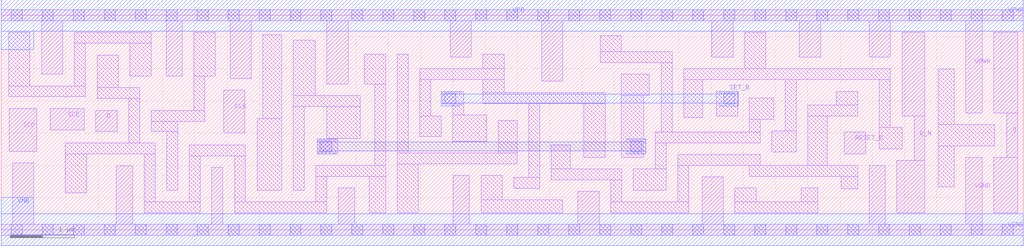
<source format=lef>
# Copyright 2020 The SkyWater PDK Authors
#
# Licensed under the Apache License, Version 2.0 (the "License");
# you may not use this file except in compliance with the License.
# You may obtain a copy of the License at
#
#     https://www.apache.org/licenses/LICENSE-2.0
#
# Unless required by applicable law or agreed to in writing, software
# distributed under the License is distributed on an "AS IS" BASIS,
# WITHOUT WARRANTIES OR CONDITIONS OF ANY KIND, either express or implied.
# See the License for the specific language governing permissions and
# limitations under the License.
#
# SPDX-License-Identifier: Apache-2.0

VERSION 5.7 ;
  NOWIREEXTENSIONATPIN ON ;
  DIVIDERCHAR "/" ;
  BUSBITCHARS "[]" ;
UNITS
  DATABASE MICRONS 200 ;
END UNITS
MACRO sky130_fd_sc_lp__sdfbbp_1
  CLASS CORE ;
  FOREIGN sky130_fd_sc_lp__sdfbbp_1 ;
  ORIGIN  0.000000  0.000000 ;
  SIZE  15.84000 BY  3.330000 ;
  SYMMETRY X Y R90 ;
  SITE unit ;
  PIN D
    ANTENNAGATEAREA  0.159000 ;
    DIRECTION INPUT ;
    USE SIGNAL ;
    PORT
      LAYER li1 ;
        RECT 1.465000 1.525000 1.795000 1.855000 ;
    END
  END D
  PIN Q
    ANTENNADIFFAREA  0.598500 ;
    DIRECTION OUTPUT ;
    USE SIGNAL ;
    PORT
      LAYER li1 ;
        RECT 15.380000 0.265000 15.750000 1.125000 ;
        RECT 15.380000 1.815000 15.750000 3.065000 ;
        RECT 15.580000 1.125000 15.750000 1.815000 ;
    END
  END Q
  PIN Q_N
    ANTENNADIFFAREA  0.598500 ;
    DIRECTION OUTPUT ;
    USE SIGNAL ;
    PORT
      LAYER li1 ;
        RECT 13.880000 0.265000 14.315000 1.075000 ;
        RECT 13.960000 1.765000 14.315000 3.065000 ;
        RECT 14.145000 1.075000 14.315000 1.765000 ;
    END
  END Q_N
  PIN RESET_B
    ANTENNAGATEAREA  0.159000 ;
    DIRECTION INPUT ;
    USE SIGNAL ;
    PORT
      LAYER li1 ;
        RECT 13.065000 1.180000 13.395000 1.515000 ;
    END
  END RESET_B
  PIN SCD
    ANTENNAGATEAREA  0.159000 ;
    DIRECTION INPUT ;
    USE SIGNAL ;
    PORT
      LAYER li1 ;
        RECT 0.125000 1.215000 0.550000 1.885000 ;
    END
  END SCD
  PIN SCE
    ANTENNAGATEAREA  0.318000 ;
    DIRECTION INPUT ;
    USE SIGNAL ;
    PORT
      LAYER li1 ;
        RECT 0.760000 1.550000 1.285000 1.880000 ;
    END
  END SCE
  PIN SET_B
    ANTENNAGATEAREA  0.444000 ;
    DIRECTION INPUT ;
    USE SIGNAL ;
    PORT
      LAYER met1 ;
        RECT  6.815000 1.920000  7.105000 1.965000 ;
        RECT  6.815000 1.965000 11.425000 2.105000 ;
        RECT  6.815000 2.105000  7.105000 2.150000 ;
        RECT 11.135000 1.920000 11.425000 1.965000 ;
        RECT 11.135000 2.105000 11.425000 2.150000 ;
    END
  END SET_B
  PIN CLK
    ANTENNAGATEAREA  0.159000 ;
    DIRECTION INPUT ;
    USE CLOCK ;
    PORT
      LAYER li1 ;
        RECT 3.445000 1.500000 3.775000 2.170000 ;
    END
  END CLK
  PIN VGND
    DIRECTION INOUT ;
    USE GROUND ;
    PORT
      LAYER li1 ;
        RECT  0.000000 -0.085000 15.840000 0.085000 ;
        RECT  0.175000  0.085000  0.505000 1.035000 ;
        RECT  1.785000  0.085000  2.035000 0.995000 ;
        RECT  3.265000  0.085000  3.435000 0.970000 ;
        RECT  5.225000  0.085000  5.475000 0.650000 ;
        RECT  7.005000  0.085000  7.255000 0.845000 ;
        RECT  8.935000  0.085000  9.265000 0.595000 ;
        RECT 10.860000  0.085000 11.190000 0.820000 ;
        RECT 13.450000  0.085000 13.700000 1.000000 ;
        RECT 14.950000  0.085000 15.200000 1.125000 ;
      LAYER mcon ;
        RECT  0.155000 -0.085000  0.325000 0.085000 ;
        RECT  0.635000 -0.085000  0.805000 0.085000 ;
        RECT  1.115000 -0.085000  1.285000 0.085000 ;
        RECT  1.595000 -0.085000  1.765000 0.085000 ;
        RECT  2.075000 -0.085000  2.245000 0.085000 ;
        RECT  2.555000 -0.085000  2.725000 0.085000 ;
        RECT  3.035000 -0.085000  3.205000 0.085000 ;
        RECT  3.515000 -0.085000  3.685000 0.085000 ;
        RECT  3.995000 -0.085000  4.165000 0.085000 ;
        RECT  4.475000 -0.085000  4.645000 0.085000 ;
        RECT  4.955000 -0.085000  5.125000 0.085000 ;
        RECT  5.435000 -0.085000  5.605000 0.085000 ;
        RECT  5.915000 -0.085000  6.085000 0.085000 ;
        RECT  6.395000 -0.085000  6.565000 0.085000 ;
        RECT  6.875000 -0.085000  7.045000 0.085000 ;
        RECT  7.355000 -0.085000  7.525000 0.085000 ;
        RECT  7.835000 -0.085000  8.005000 0.085000 ;
        RECT  8.315000 -0.085000  8.485000 0.085000 ;
        RECT  8.795000 -0.085000  8.965000 0.085000 ;
        RECT  9.275000 -0.085000  9.445000 0.085000 ;
        RECT  9.755000 -0.085000  9.925000 0.085000 ;
        RECT 10.235000 -0.085000 10.405000 0.085000 ;
        RECT 10.715000 -0.085000 10.885000 0.085000 ;
        RECT 11.195000 -0.085000 11.365000 0.085000 ;
        RECT 11.675000 -0.085000 11.845000 0.085000 ;
        RECT 12.155000 -0.085000 12.325000 0.085000 ;
        RECT 12.635000 -0.085000 12.805000 0.085000 ;
        RECT 13.115000 -0.085000 13.285000 0.085000 ;
        RECT 13.595000 -0.085000 13.765000 0.085000 ;
        RECT 14.075000 -0.085000 14.245000 0.085000 ;
        RECT 14.555000 -0.085000 14.725000 0.085000 ;
        RECT 15.035000 -0.085000 15.205000 0.085000 ;
        RECT 15.515000 -0.085000 15.685000 0.085000 ;
    END
  END VGND
  PIN VNB
    DIRECTION INOUT ;
    USE GROUND ;
    PORT
      LAYER met1 ;
        RECT 0.000000 -0.245000 15.840000 0.245000 ;
        RECT 0.000000  0.245000  0.500000 0.500000 ;
    END
  END VNB
  PIN VPB
    DIRECTION INOUT ;
    USE POWER ;
    PORT
      LAYER met1 ;
        RECT 0.000000 2.800000  0.500000 3.085000 ;
        RECT 0.000000 3.085000 15.840000 3.575000 ;
    END
  END VPB
  PIN VPWR
    DIRECTION INOUT ;
    USE POWER ;
    PORT
      LAYER li1 ;
        RECT  0.000000 3.245000 15.840000 3.415000 ;
        RECT  0.625000 2.415000  0.955000 3.245000 ;
        RECT  2.555000 2.385000  2.805000 3.245000 ;
        RECT  3.545000 2.350000  3.875000 3.245000 ;
        RECT  5.045000 2.265000  5.375000 3.245000 ;
        RECT  6.955000 2.680000  7.285000 3.245000 ;
        RECT  8.375000 2.310000  8.705000 3.245000 ;
        RECT 11.010000 2.680000 11.340000 3.245000 ;
        RECT 12.370000 2.680000 12.700000 3.245000 ;
        RECT 13.450000 2.680000 13.780000 3.245000 ;
        RECT 14.950000 1.815000 15.200000 3.245000 ;
      LAYER mcon ;
        RECT  0.155000 3.245000  0.325000 3.415000 ;
        RECT  0.635000 3.245000  0.805000 3.415000 ;
        RECT  1.115000 3.245000  1.285000 3.415000 ;
        RECT  1.595000 3.245000  1.765000 3.415000 ;
        RECT  2.075000 3.245000  2.245000 3.415000 ;
        RECT  2.555000 3.245000  2.725000 3.415000 ;
        RECT  3.035000 3.245000  3.205000 3.415000 ;
        RECT  3.515000 3.245000  3.685000 3.415000 ;
        RECT  3.995000 3.245000  4.165000 3.415000 ;
        RECT  4.475000 3.245000  4.645000 3.415000 ;
        RECT  4.955000 3.245000  5.125000 3.415000 ;
        RECT  5.435000 3.245000  5.605000 3.415000 ;
        RECT  5.915000 3.245000  6.085000 3.415000 ;
        RECT  6.395000 3.245000  6.565000 3.415000 ;
        RECT  6.875000 3.245000  7.045000 3.415000 ;
        RECT  7.355000 3.245000  7.525000 3.415000 ;
        RECT  7.835000 3.245000  8.005000 3.415000 ;
        RECT  8.315000 3.245000  8.485000 3.415000 ;
        RECT  8.795000 3.245000  8.965000 3.415000 ;
        RECT  9.275000 3.245000  9.445000 3.415000 ;
        RECT  9.755000 3.245000  9.925000 3.415000 ;
        RECT 10.235000 3.245000 10.405000 3.415000 ;
        RECT 10.715000 3.245000 10.885000 3.415000 ;
        RECT 11.195000 3.245000 11.365000 3.415000 ;
        RECT 11.675000 3.245000 11.845000 3.415000 ;
        RECT 12.155000 3.245000 12.325000 3.415000 ;
        RECT 12.635000 3.245000 12.805000 3.415000 ;
        RECT 13.115000 3.245000 13.285000 3.415000 ;
        RECT 13.595000 3.245000 13.765000 3.415000 ;
        RECT 14.075000 3.245000 14.245000 3.415000 ;
        RECT 14.555000 3.245000 14.725000 3.415000 ;
        RECT 15.035000 3.245000 15.205000 3.415000 ;
        RECT 15.515000 3.245000 15.685000 3.415000 ;
    END
  END VPWR
  OBS
    LAYER li1 ;
      RECT  0.115000 2.065000  1.305000 2.235000 ;
      RECT  0.115000 2.235000  0.445000 3.065000 ;
      RECT  0.995000 0.575000  1.325000 1.175000 ;
      RECT  0.995000 1.175000  2.385000 1.345000 ;
      RECT  1.135000 2.235000  1.305000 2.895000 ;
      RECT  1.135000 2.895000  2.325000 3.065000 ;
      RECT  1.485000 2.035000  2.145000 2.205000 ;
      RECT  1.485000 2.205000  1.815000 2.715000 ;
      RECT  1.975000 1.345000  2.145000 2.035000 ;
      RECT  1.995000 2.385000  2.325000 2.895000 ;
      RECT  2.215000 0.265000  3.085000 0.435000 ;
      RECT  2.215000 0.435000  2.385000 1.175000 ;
      RECT  2.325000 1.525000  2.735000 1.685000 ;
      RECT  2.325000 1.685000  3.155000 1.855000 ;
      RECT  2.565000 0.615000  2.735000 1.525000 ;
      RECT  2.915000 0.435000  3.085000 1.150000 ;
      RECT  2.915000 1.150000  3.785000 1.320000 ;
      RECT  2.985000 1.855000  3.155000 2.385000 ;
      RECT  2.985000 2.385000  3.315000 3.065000 ;
      RECT  3.615000 0.265000  5.045000 0.435000 ;
      RECT  3.615000 0.435000  3.785000 1.150000 ;
      RECT  3.965000 0.615000  4.345000 1.730000 ;
      RECT  4.055000 1.730000  4.345000 3.030000 ;
      RECT  4.525000 0.615000  4.695000 1.915000 ;
      RECT  4.525000 1.915000  5.560000 2.085000 ;
      RECT  4.525000 2.085000  4.865000 2.945000 ;
      RECT  4.875000 0.435000  5.045000 0.830000 ;
      RECT  4.875000 0.830000  5.955000 1.000000 ;
      RECT  4.925000 1.180000  5.215000 1.410000 ;
      RECT  5.045000 1.410000  5.215000 1.415000 ;
      RECT  5.045000 1.415000  5.560000 1.915000 ;
      RECT  5.625000 2.265000  5.955000 2.725000 ;
      RECT  5.705000 0.265000  5.955000 0.830000 ;
      RECT  5.785000 1.000000  5.955000 2.265000 ;
      RECT  6.135000 0.265000  6.465000 1.025000 ;
      RECT  6.135000 1.025000  7.995000 1.195000 ;
      RECT  6.135000 1.195000  6.305000 2.725000 ;
      RECT  6.485000 1.450000  6.815000 1.770000 ;
      RECT  6.485000 1.770000  6.655000 2.330000 ;
      RECT  6.485000 2.330000  7.795000 2.500000 ;
      RECT  6.845000 1.950000  7.165000 2.150000 ;
      RECT  6.995000 1.375000  7.525000 1.780000 ;
      RECT  6.995000 1.780000  7.165000 1.950000 ;
      RECT  7.435000 0.265000  8.705000 0.465000 ;
      RECT  7.435000 0.465000  7.765000 0.845000 ;
      RECT  7.465000 1.960000  9.360000 2.130000 ;
      RECT  7.465000 2.130000  7.795000 2.330000 ;
      RECT  7.465000 2.500000  7.795000 2.725000 ;
      RECT  7.705000 1.195000  7.995000 1.695000 ;
      RECT  7.945000 0.645000  8.345000 0.815000 ;
      RECT  8.175000 0.815000  8.345000 1.960000 ;
      RECT  8.525000 0.775000  9.615000 0.945000 ;
      RECT  8.525000 0.945000  8.820000 1.315000 ;
      RECT  9.030000 1.125000  9.360000 1.960000 ;
      RECT  9.280000 2.595000 10.395000 2.765000 ;
      RECT  9.280000 2.765000  9.610000 3.015000 ;
      RECT  9.445000 0.265000 10.655000 0.435000 ;
      RECT  9.445000 0.435000  9.615000 0.775000 ;
      RECT  9.610000 1.125000  9.955000 2.085000 ;
      RECT  9.610000 2.085000 10.045000 2.415000 ;
      RECT  9.795000 0.615000 10.305000 0.945000 ;
      RECT 10.135000 0.945000 10.305000 1.350000 ;
      RECT 10.135000 1.350000 11.760000 1.520000 ;
      RECT 10.225000 1.520000 10.395000 2.595000 ;
      RECT 10.485000 0.435000 10.655000 1.000000 ;
      RECT 10.485000 1.000000 11.760000 1.170000 ;
      RECT 10.575000 1.745000 10.870000 2.330000 ;
      RECT 10.575000 2.330000 13.780000 2.500000 ;
      RECT 11.080000 1.765000 11.410000 2.150000 ;
      RECT 11.370000 0.265000 12.650000 0.435000 ;
      RECT 11.370000 0.435000 11.700000 0.650000 ;
      RECT 11.520000 2.500000 11.850000 3.065000 ;
      RECT 11.590000 0.830000 13.270000 1.000000 ;
      RECT 11.590000 1.520000 11.760000 1.715000 ;
      RECT 11.590000 1.715000 11.970000 2.045000 ;
      RECT 11.940000 1.205000 12.320000 1.535000 ;
      RECT 12.150000 1.535000 12.320000 2.330000 ;
      RECT 12.400000 0.435000 12.650000 0.650000 ;
      RECT 12.500000 1.000000 12.800000 1.765000 ;
      RECT 12.500000 1.765000 13.270000 1.935000 ;
      RECT 12.940000 1.935000 13.270000 2.150000 ;
      RECT 13.020000 0.635000 13.270000 0.830000 ;
      RECT 13.610000 1.255000 13.965000 1.585000 ;
      RECT 13.610000 1.585000 13.780000 2.330000 ;
      RECT 14.520000 0.665000 14.770000 1.305000 ;
      RECT 14.520000 1.305000 15.400000 1.635000 ;
      RECT 14.520000 1.635000 14.770000 2.495000 ;
    LAYER mcon ;
      RECT  4.955000 1.210000  5.125000 1.380000 ;
      RECT  6.875000 1.950000  7.045000 2.120000 ;
      RECT  9.755000 1.210000  9.925000 1.380000 ;
      RECT 11.195000 1.950000 11.365000 2.120000 ;
    LAYER met1 ;
      RECT 4.895000 1.180000 5.185000 1.225000 ;
      RECT 4.895000 1.225000 9.985000 1.365000 ;
      RECT 4.895000 1.365000 5.185000 1.410000 ;
      RECT 9.695000 1.180000 9.985000 1.225000 ;
      RECT 9.695000 1.365000 9.985000 1.410000 ;
  END
END sky130_fd_sc_lp__sdfbbp_1
END LIBRARY

</source>
